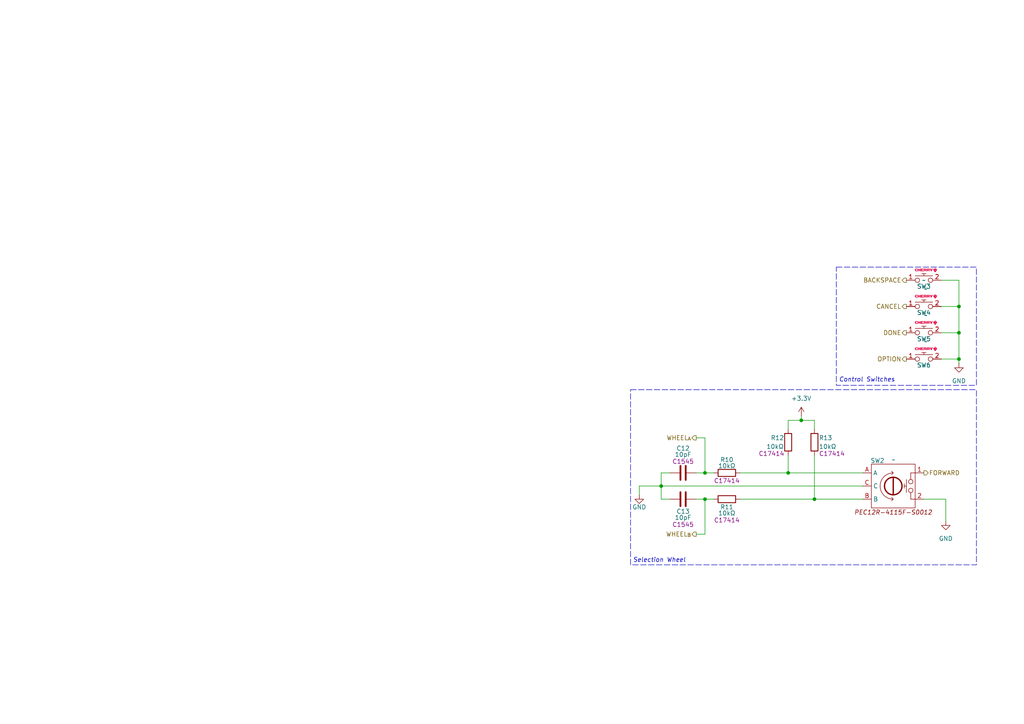
<source format=kicad_sch>
(kicad_sch (version 20231120) (generator "eeschema") (generator_version "8.0")
  (paper "A4")
  (title_block (title "Candytuft WS2811 Controller - User Controls") (date "2024-10-18") (rev "1") (company "https://git.creatures.gay/digimint/candytuft") (comment 3 "Licensed under the CERN OHL-S v2") (comment 4 "Copyright 2024 digimint"))
  (lib_symbols
    (symbol "Device:C" (pin_numbers hide) (pin_names (offset 0.254))
      (property "Reference" "C" (at 0.635 2.54 0))
      (property "Value" "C" (at 0.635 -2.54 0))
      (symbol "C_0_1"
        (polyline (pts (xy -2.032 -0.762) (xy 2.032 -0.762)) (stroke (width 0.508)))
        (polyline (pts (xy -2.032 0.762) (xy 2.032 0.762)) (stroke (width 0.508)))
      )
      (symbol "C_1_1"
        (pin passive line (at 0 3.81 270) (length 2.794) (name "~") (number "1"))
        (pin passive line (at 0 -3.81 90) (length 2.794) (name "~") (number "2"))
      )
    )
    (symbol "Device:R" (pin_numbers hide) (pin_names (offset 0))
      (property "Reference" "R" (at 2.032 0 90))
      (property "Value" "R" (at 0 0 90))
      (symbol "R_0_1"
        (rectangle (start -1.016 -2.54) (end 1.016 2.54) (stroke (width 0.254)))
      )
      (symbol "R_1_1"
        (pin passive line (at 0 3.81 270) (length 1.27) (name "~") (number "1"))
        (pin passive line (at 0 -3.81 90) (length 1.27) (name "~") (number "2"))
      )
    )
    (symbol "candytuft:Cherry-Style-Keyswitch"
      (property "Reference" "SW" (at 0 -1.778 0))
      (symbol "Cherry-Style-Keyswitch_0_1"
        (circle (center -1.905 0) (radius 0.635))
        (polyline (pts (xy -2.54 1.27) (xy 2.54 1.27)))
        (polyline (pts (xy -0.635 1.905) (xy 0.635 1.905)))
        (polyline (pts (xy 0 1.905) (xy 0 1.27)))
        (circle (center 1.905 0) (radius 0.635))
      )
      (symbol "Cherry-Style-Keyswitch_1_0"
        (polyline (pts (xy 2.9822 2.6822) (xy 2.9811 2.6823) (xy 2.9823 2.6829) (xy 2.9822 2.6822)) (stroke (width -0.0001)) (fill (type color) (color 227 0 64 1)))
        (polyline (pts (xy -1.5572 3.091) (xy -1.2546 3.091) (xy -1.2546 3.3715) (xy -1.0065 3.3715) (xy -1.0065 2.6064) (xy -1.2546 2.6064) (xy -1.2546 2.8782) (xy -1.5572 2.8782) (xy -1.5572 2.6064) (xy -1.8059 2.6064) (xy -1.8059 3.3715) (xy -1.5572 3.3715) (xy -1.5572 3.091)) (stroke (width -0.0001)) (fill (type color) (color 227 0 64 1)))
        (polyline (pts (xy -0.1747 3.193) (xy -0.6465 3.193) (xy -0.6465 3.0695) (xy -0.3347 3.0695) (xy -0.3347 2.902) (xy -0.6465 2.902) (xy -0.6465 2.7867) (xy -0.1567 2.7867) (xy -0.1567 2.6064) (xy -0.8952 2.6064) (xy -0.8952 3.3715) (xy -0.1747 3.3715) (xy -0.1747 3.193)) (stroke (width -0.0001)) (fill (type color) (color 227 0 64 1)))
        (polyline (pts (xy 2.2698 2.8266) (xy 2.2679 2.8233) (xy 2.2662 2.8199) (xy 2.2646 2.8166) (xy 2.2631 2.8132) (xy 2.2617 2.8098) (xy 2.2605 2.8065) (xy 2.2594 2.8031) (xy 2.2584 2.7996) (xy 2.2575 2.7962) (xy 2.2568 2.7926) (xy 2.2561 2.7891) (xy 2.2556 2.7855) (xy 2.2553 2.7818) (xy 2.255 2.7781) (xy 2.2548 2.7743) (xy 2.2548 2.7704) (xy 2.2548 2.6064) (xy 1.9846 2.6064) (xy 1.9846 2.7704) (xy 1.9846 2.7743) (xy 1.9844 2.7781) (xy 1.9841 2.7818) (xy 1.9837 2.7855) (xy 1.9832 2.7891) (xy 1.9826 2.7926) (xy 1.9819 2.7962) (xy 1.981 2.7996) (xy 1.98 2.8031) (xy 1.9789 2.8065) (xy 1.9777 2.8098) (xy 1.9763 2.8132) (xy 1.9748 2.8166) (xy 1.9732 2.8199) (xy 1.9714 2.8233) (xy 1.9696 2.8266) (xy 1.6548 3.3715) (xy 1.9388 3.3715) (xy 2.1098 3.0753) (xy 2.1104 3.0744) (xy 2.1109 3.0736) (xy 2.1115 3.0728) (xy 2.1121 3.0721) (xy 2.1127 3.0714) (xy 2.1133 3.0708) (xy 2.1139 3.0703) (xy 2.1145 3.0698) (xy 2.1152 3.0694) (xy 2.1158 3.069) (xy 2.1164 3.0687) (xy 2.1171 3.0684) (xy 2.1177 3.0682) (xy 2.1184 3.0681) (xy 2.119 3.068) (xy 2.1197 3.0679) (xy 2.1203 3.068) (xy 2.121 3.0681) (xy 2.1216 3.0682) (xy 2.1223 3.0684) (xy 2.1229 3.0687) (xy 2.1236 3.069) (xy 2.1242 3.0694) (xy 2.1248 3.0698) (xy 2.1255 3.0703) (xy 2.1261 3.0708) (xy 2.1267 3.0714) (xy 2.1273 3.0721) (xy 2.1279 3.0728) (xy 2.1284 3.0736) (xy 2.129 3.0744) (xy 2.1295 3.0753) (xy 2.3005 3.3715) (xy 2.5846 3.3715) (xy 2.2698 2.8266)) (stroke (width -0.0001)) (fill (type color) (color 227 0 64 1)))
        (polyline (pts (xy -1.905 3.175) (xy -2.1775 3.175) (xy -2.187 3.1748) (xy -2.1965 3.1741) (xy -2.2058 3.1729) (xy -2.2149 3.1712) (xy -2.2239 3.1692) (xy -2.2327 3.1667) (xy -2.2414 3.1637) (xy -2.2498 3.1604) (xy -2.2581 3.1567) (xy -2.2661 3.1525) (xy -2.2739 3.1481) (xy -2.2814 3.1432) (xy -2.2887 3.138) (xy -2.2958 3.1325) (xy -2.3025 3.1266) (xy -2.309 3.1205) (xy -2.3151 3.114) (xy -2.321 3.1073) (xy -2.3265 3.1002) (xy -2.3317 3.0929) (xy -2.3366 3.0854) (xy -2.341 3.0776) (xy -2.3452 3.0696) (xy -2.3489 3.0613) (xy -2.3522 3.0529) (xy -2.3552 3.0442) (xy -2.3577 3.0354) (xy -2.3598 3.0264) (xy -2.3614 3.0173) (xy -2.3626 3.008) (xy -2.3633 2.9985) (xy -2.3635 2.989) (xy -2.3633 2.9794) (xy -2.3626 2.97) (xy -2.3614 2.9607) (xy -2.3598 2.9515) (xy -2.3577 2.9425) (xy -2.3552 2.9337) (xy -2.3522 2.925) (xy -2.3489 2.9166) (xy -2.3452 2.9084) (xy -2.341 2.9003) (xy -2.3366 2.8925) (xy -2.3317 2.885) (xy -2.3265 2.8777) (xy -2.321 2.8707) (xy -2.3151 2.8639) (xy -2.309 2.8574) (xy -2.3025 2.8513) (xy -2.2958 2.8454) (xy -2.2887 2.8399) (xy -2.2814 2.8347) (xy -2.2739 2.8299) (xy -2.2661 2.8254) (xy -2.2581 2.8213) (xy -2.2498 2.8175) (xy -2.2414 2.8142) (xy -2.2327 2.8113) (xy -2.2239 2.8088) (xy -2.2149 2.8067) (xy -2.2058 2.805) (xy -2.1965 2.8038) (xy -2.187 2.8031) (xy -2.1775 2.8029) (xy -1.905 2.8029) (xy -1.905 2.607) (xy -2.2302 2.607) (xy -2.2499 2.6074) (xy -2.2693 2.6089) (xy -2.2884 2.6114) (xy -2.3072 2.6147) (xy -2.3257 2.619) (xy -2.3439 2.6241) (xy -2.3616 2.6301) (xy -2.379 2.637) (xy -2.396 2.6446) (xy -2.4124 2.6531) (xy -2.4285 2.6623) (xy -2.444 2.6722) (xy -2.459 2.6829) (xy -2.4735 2.6942) (xy -2.4873 2.7062) (xy -2.5006 2.7189) (xy -2.5133 2.7322) (xy -2.5253 2.7461) (xy -2.5367 2.7605) (xy -2.5474 2.7755) (xy -2.5573 2.791) (xy -2.5666 2.807) (xy -2.575 2.8235) (xy -2.5827 2.8405) (xy -2.5896 2.8579) (xy -2.5956 2.8757) (xy -2.6007 2.8938) (xy -2.605 2.9124) (xy -2.6084 2.9312) (xy -2.6108 2.9504) (xy -2.6123 2.9698) (xy -2.6128 2.9895) (xy -2.6123 3.0093) (xy -2.6108 3.0287) (xy -2.6084 3.0479) (xy -2.605 3.0667) (xy -2.6007 3.0852) (xy -2.5956 3.1034) (xy -2.5896 3.1211) (xy -2.5827 3.1385) (xy -2.575 3.1554) (xy -2.5666 3.1719) (xy -2.5573 3.1879) (xy -2.5474 3.2034) (xy -2.5367 3.2184) (xy -2.5253 3.2328) (xy -2.5133 3.2466) (xy -2.5006 3.2599) (xy -2.4873 3.2725) (xy -2.4735 3.2845) (xy -2.459 3.2958) (xy -2.444 3.3065) (xy -2.4285 3.3164) (xy -2.4124 3.3256) (xy -2.396 3.334) (xy -2.379 3.3416) (xy -2.3616 3.3484) (xy -2.3439 3.3544) (xy -2.3257 3.3596) (xy -2.3072 3.3638) (xy -2.2884 3.3672) (xy -2.2693 3.3696) (xy -2.2499 3.3711) (xy -2.2302 3.3715) (xy -1.905 3.3715) (xy -1.905 3.175)) (stroke (width -0.0001)) (fill (type color) (color 227 0 64 1)))
        (polyline (pts (xy 3.3298 2.8891) (xy 3.336 2.8827) (xy 3.3422 2.8763) (xy 3.3485 2.8701) (xy 3.3548 2.8638) (xy 3.3612 2.8577) (xy 3.3676 2.8517) (xy 3.3741 2.8458) (xy 3.3791 2.8415) (xy 3.3842 2.8372) (xy 3.3945 2.8288) (xy 3.4048 2.8204) (xy 3.4153 2.8122) (xy 3.4225 2.8068) (xy 3.4298 2.8014) (xy 3.4372 2.7961) (xy 3.4447 2.7909) (xy 3.4522 2.7858) (xy 3.4598 2.7808) (xy 3.4674 2.7758) (xy 3.475 2.771) (xy 3.4828 2.7661) (xy 3.4907 2.7612) (xy 3.4987 2.7565) (xy 3.5067 2.7518) (xy 3.5148 2.7472) (xy 3.5229 2.7427) (xy 3.5393 2.7339) (xy 3.5395 2.7338) (xy 3.5398 2.7337) (xy 3.54 2.7335) (xy 3.5402 2.7334) (xy 3.5406 2.7331) (xy 3.5411 2.7328) (xy 3.5413 2.7327) (xy 3.5415 2.7326) (xy 3.5417 2.7324) (xy 3.5419 2.7324) (xy 3.5421 2.7323) (xy 3.5423 2.7322) (xy 3.5424 2.7322) (xy 3.5425 2.7322) (xy 3.5426 2.7322) (xy 3.5427 2.7322) (xy 3.5428 2.7322) (xy 3.5468 2.7168) (xy 3.5499 2.7013) (xy 3.5522 2.6857) (xy 3.5535 2.67) (xy 3.554 2.6544) (xy 3.5537 2.6388) (xy 3.5525 2.6233) (xy 3.5504 2.6078) (xy 3.5475 2.5925) (xy 3.5438 2.5774) (xy 3.5393 2.5625) (xy 3.5339 2.5478) (xy 3.5278 2.5334) (xy 3.5208 2.5193) (xy 3.5131 2.5055) (xy 3.5045 2.4922) (xy 3.4953 2.4793) (xy 3.4854 2.4671) (xy 3.4749 2.4555) (xy 3.4639 2.4446) (xy 3.4523 2.4343) (xy 3.4401 2.4248) (xy 3.4275 2.4159) (xy 3.4144 2.4077) (xy 3.4009 2.4002) (xy 3.3869 2.3935) (xy 3.3726 2.3875) (xy 3.358 2.3823) (xy 3.343 2.3778) (xy 3.3277 2.3742) (xy 3.3122 2.3713) (xy 3.2964 2.3693) (xy 3.2806 2.3682) (xy 3.2648 2.3679) (xy 3.249 2.3685) (xy 3.2334 2.3699) (xy 3.218 2.3721) (xy 3.2027 2.3751) (xy 3.1876 2.3789) (xy 3.1727 2.3836) (xy 3.1582 2.389) (xy 3.1439 2.3952) (xy 3.1301 2.4022) (xy 3.1165 2.41) (xy 3.1034 2.4185) (xy 3.0908 2.4278) (xy 3.0786 2.4379) (xy 3.0669 2.4487) (xy 3.0558 2.4601) (xy 3.0455 2.472) (xy 3.0359 2.4844) (xy 3.027 2.4972) (xy 3.0189 2.5106) (xy 3.0115 2.5243) (xy 3.0049 2.5383) (xy 2.9991 2.5528) (xy 2.994 2.5675) (xy 2.9898 2.5824) (xy 2.9864 2.5976) (xy 2.9837 2.613) (xy 2.982 2.6286) (xy 2.981 2.6443) (xy 2.9809 2.6601) (xy 2.9817 2.6759) (xy 2.9818 2.6764) (xy 2.9819 2.6769) (xy 2.9819 2.6774) (xy 2.982 2.678) (xy 2.9821 2.6786) (xy 2.9821 2.6792) (xy 2.9822 2.6803) (xy 2.9822 2.6813) (xy 2.9822 2.6821) (xy 2.9822 2.6822) (xy 2.9917 2.6814) (xy 3.0022 2.6809) (xy 3.0126 2.6807) (xy 3.023 2.6809) (xy 3.0334 2.6813) (xy 3.0438 2.6821) (xy 3.0542 2.6832) (xy 3.0646 2.6846) (xy 3.0864 2.6888) (xy 3.1077 2.6944) (xy 3.1285 2.7014) (xy 3.1487 2.7097) (xy 3.1683 2.7193) (xy 3.1871 2.73) (xy 3.2052 2.742) (xy 3.2224 2.7551) (xy 3.2387 2.7693) (xy 3.2541 2.7846) (xy 3.2685 2.8009) (xy 3.2819 2.8181) (xy 3.2941 2.8362) (xy 3.3052 2.8552) (xy 3.3151 2.875) (xy 3.3237 2.8956) (xy 3.3298 2.8891)) (stroke (width -0.0001)) (fill (type color) (color 227 0 64 1)))
        (polyline (pts (xy 0.4952 3.3706) (xy 0.519 3.3676) (xy 0.5417 3.3629) (xy 0.5635 3.3565) (xy 0.5842 3.3484) (xy 0.6038 3.3388) (xy 0.6224 3.3277) (xy 0.6398 3.3154) (xy 0.656 3.3017) (xy 0.671 3.287) (xy 0.6848 3.2712) (xy 0.6973 3.2544) (xy 0.7085 3.2368) (xy 0.7184 3.2185) (xy 0.727 3.1995) (xy 0.7341 3.1799) (xy 0.7398 3.1599) (xy 0.7441 3.1394) (xy 0.7469 3.1188) (xy 0.7482 3.0979) (xy 0.7479 3.077) (xy 0.746 3.0561) (xy 0.7425 3.0353) (xy 0.7374 3.0147) (xy 0.7306 2.9945) (xy 0.7221 2.9746) (xy 0.7118 2.9553) (xy 0.6998 2.9366) (xy 0.686 2.9185) (xy 0.6703 2.9013) (xy 0.6528 2.8849) (xy 0.6334 2.8695) (xy 0.6334 2.869) (xy 0.7731 2.6058) (xy 0.5766 2.6058) (xy 0.5711 2.6059) (xy 0.5659 2.6063) (xy 0.561 2.6069) (xy 0.5586 2.6073) (xy 0.5563 2.6077) (xy 0.5541 2.6083) (xy 0.5519 2.6089) (xy 0.5498 2.6095) (xy 0.5477 2.6103) (xy 0.5457 2.6111) (xy 0.5437 2.612) (xy 0.5418 2.6129) (xy 0.5399 2.614) (xy 0.5381 2.6151) (xy 0.5363 2.6163) (xy 0.5346 2.6175) (xy 0.5329 2.6189) (xy 0.5312 2.6203) (xy 0.5296 2.6218) (xy 0.5279 2.6234) (xy 0.5264 2.6251) (xy 0.5248 2.6269) (xy 0.5233 2.6287) (xy 0.5203 2.6327) (xy 0.5174 2.637) (xy 0.5146 2.6417) (xy 0.4537 2.7478) (xy 0.4492 2.7552) (xy 0.4446 2.7621) (xy 0.4398 2.7684) (xy 0.4349 2.7741) (xy 0.4297 2.7794) (xy 0.4244 2.7841) (xy 0.4189 2.7882) (xy 0.413 2.7919) (xy 0.407 2.7952) (xy 0.4006 2.7979) (xy 0.3938 2.8002) (xy 0.3868 2.802) (xy 0.3793 2.8034) (xy 0.3715 2.8044) (xy 0.3633 2.805) (xy 0.3546 2.8052) (xy 0.1755 2.8052) (xy 0.1755 2.6064) (xy -0.0587 2.6064) (xy -0.0587 2.9913) (xy 0.1755 2.9913) (xy 0.4131 2.9913) (xy 0.4184 2.9914) (xy 0.4235 2.9918) (xy 0.4286 2.9925) (xy 0.4336 2.9934) (xy 0.4386 2.9945) (xy 0.4434 2.9959) (xy 0.4482 2.9975) (xy 0.4528 2.9993) (xy 0.4573 3.0014) (xy 0.4617 3.0036) (xy 0.466 3.0061) (xy 0.4701 3.0087) (xy 0.4741 3.0116) (xy 0.478 3.0146) (xy 0.4817 3.0178) (xy 0.4852 3.0212) (xy 0.4886 3.0248) (xy 0.4918 3.0285) (xy 0.4948 3.0323) (xy 0.4977 3.0363) (xy 0.5003 3.0405) (xy 0.5028 3.0447) (xy 0.5051 3.0491) (xy 0.5071 3.0536) (xy 0.5089 3.0583) (xy 0.5105 3.063) (xy 0.5119 3.0678) (xy 0.5131 3.0728) (xy 0.514 3.0778) (xy 0.5146 3.0829) (xy 0.515 3.0881) (xy 0.5151 3.0933) (xy 0.515 3.0985) (xy 0.5146 3.1037) (xy 0.514 3.1088) (xy 0.5131 3.1138) (xy 0.5119 3.1188) (xy 0.5105 3.1236) (xy 0.5089 3.1283) (xy 0.5071 3.133) (xy 0.5051 3.1375) (xy 0.5028 3.1419) (xy 0.5003 3.1462) (xy 0.4977 3.1503) (xy 0.4948 3.1543) (xy 0.4918 3.1581) (xy 0.4886 3.1619) (xy 0.4852 3.1654) (xy 0.4817 3.1688) (xy 0.478 3.172) (xy 0.4741 3.175) (xy 0.4701 3.1779) (xy 0.466 3.1805) (xy 0.4617 3.183) (xy 0.4573 3.1852) (xy 0.4528 3.1873) (xy 0.4482 3.1891) (xy 0.4434 3.1907) (xy 0.4386 3.1921) (xy 0.4336 3.1932) (xy 0.4286 3.1941) (xy 0.4235 3.1948) (xy 0.4184 3.1952) (xy 0.4131 3.1953) (xy 0.1755 3.1953) (xy 0.1755 2.9913) (xy -0.0587 2.9913) (xy -0.0587 3.3715) (xy 0.4705 3.3715) (xy 0.4952 3.3706)) (stroke (width -0.0001)) (fill (type color) (color 227 0 64 1)))
        (polyline (pts (xy 1.4106 3.37) (xy 1.4344 3.3671) (xy 1.4572 3.3623) (xy 1.479 3.3559) (xy 1.4997 3.3478) (xy 1.5194 3.3382) (xy 1.538 3.3272) (xy 1.5554 3.3148) (xy 1.5717 3.3012) (xy 1.5867 3.2864) (xy 1.6005 3.2706) (xy 1.6131 3.2539) (xy 1.6243 3.2363) (xy 1.6342 3.2179) (xy 1.6428 3.1989) (xy 1.6499 3.1793) (xy 1.6557 3.1593) (xy 1.6599 3.1389) (xy 1.6627 3.1182) (xy 1.664 3.0973) (xy 1.6637 3.0764) (xy 1.6619 3.0555) (xy 1.6584 3.0347) (xy 1.6533 3.0142) (xy 1.6465 2.9939) (xy 1.638 2.9741) (xy 1.6277 2.9547) (xy 1.6157 2.936) (xy 1.6019 2.9179) (xy 1.5862 2.9007) (xy 1.5687 2.8843) (xy 1.5493 2.869) (xy 1.5493 2.8684) (xy 1.689 2.6052) (xy 1.4925 2.6052) (xy 1.487 2.6053) (xy 1.4818 2.6057) (xy 1.4769 2.6063) (xy 1.4745 2.6067) (xy 1.4722 2.6072) (xy 1.47 2.6077) (xy 1.4678 2.6083) (xy 1.4656 2.609) (xy 1.4636 2.6097) (xy 1.4616 2.6105) (xy 1.4596 2.6114) (xy 1.4577 2.6124) (xy 1.4558 2.6134) (xy 1.454 2.6145) (xy 1.4522 2.6157) (xy 1.4505 2.617) (xy 1.4488 2.6183) (xy 1.4471 2.6197) (xy 1.4454 2.6213) (xy 1.4438 2.6229) (xy 1.4423 2.6245) (xy 1.4407 2.6263) (xy 1.4392 2.6281) (xy 1.4362 2.6321) (xy 1.4333 2.6365) (xy 1.4305 2.6412) (xy 1.3696 2.7472) (xy 1.3651 2.7547) (xy 1.3605 2.7615) (xy 1.3557 2.7678) (xy 1.3508 2.7736) (xy 1.3456 2.7788) (xy 1.3403 2.7835) (xy 1.3348 2.7877) (xy 1.3289 2.7914) (xy 1.3228 2.7946) (xy 1.3164 2.7973) (xy 1.3097 2.7996) (xy 1.3027 2.8014) (xy 1.2952 2.8029) (xy 1.2874 2.8038) (xy 1.2791 2.8044) (xy 1.2705 2.8046) (xy 1.0913 2.8046) (xy 1.0913 2.6058) (xy 0.8572 2.6058) (xy 0.8572 2.9907) (xy 1.0913 2.9907) (xy 1.329 2.9907) (xy 1.3342 2.9908) (xy 1.3394 2.9912) (xy 1.3445 2.9919) (xy 1.3495 2.9928) (xy 1.3545 2.9939) (xy 1.3593 2.9953) (xy 1.364 2.9969) (xy 1.3687 2.9987) (xy 1.3732 3.0008) (xy 1.3776 3.003) (xy 1.3819 3.0055) (xy 1.386 3.0082) (xy 1.39 3.011) (xy 1.3939 3.014) (xy 1.3976 3.0172) (xy 1.4011 3.0206) (xy 1.4045 3.0242) (xy 1.4077 3.0279) (xy 1.4107 3.0317) (xy 1.4136 3.0357) (xy 1.4162 3.0399) (xy 1.4187 3.0441) (xy 1.421 3.0485) (xy 1.423 3.0531) (xy 1.4248 3.0577) (xy 1.4264 3.0624) (xy 1.4278 3.0673) (xy 1.429 3.0722) (xy 1.4299 3.0772) (xy 1.4305 3.0823) (xy 1.4309 3.0875) (xy 1.431 3.0927) (xy 1.4309 3.098) (xy 1.4305 3.1031) (xy 1.4299 3.1082) (xy 1.429 3.1132) (xy 1.4278 3.1182) (xy 1.4264 3.123) (xy 1.4248 3.1278) (xy 1.423 3.1324) (xy 1.421 3.1369) (xy 1.4187 3.1413) (xy 1.4162 3.1456) (xy 1.4136 3.1497) (xy 1.4107 3.1537) (xy 1.4077 3.1576) (xy 1.4045 3.1613) (xy 1.4011 3.1648) (xy 1.3976 3.1682) (xy 1.3939 3.1714) (xy 1.39 3.1744) (xy 1.386 3.1773) (xy 1.3819 3.1799) (xy 1.3776 3.1824) (xy 1.3732 3.1847) (xy 1.3687 3.1867) (xy 1.364 3.1885) (xy 1.3593 3.1901) (xy 1.3545 3.1915) (xy 1.3495 3.1927) (xy 1.3445 3.1936) (xy 1.3394 3.1942) (xy 1.3342 3.1946) (xy 1.329 3.1947) (xy 1.0913 3.1947) (xy 1.0913 2.9907) (xy 0.8572 2.9907) (xy 0.8572 3.371) (xy 1.3858 3.371) (xy 1.4106 3.37)) (stroke (width -0.0001)) (fill (type color) (color 227 0 64 1)))
        (polyline (pts (xy 3.2735 3.612) (xy 3.2788 3.6114) (xy 3.2842 3.6104) (xy 3.2895 3.6091) (xy 3.2947 3.6075) (xy 3.2998 3.6055) (xy 3.3048 3.6031) (xy 3.3095 3.6005) (xy 3.314 3.5976) (xy 3.3183 3.5944) (xy 3.3224 3.591) (xy 3.3262 3.5873) (xy 3.3298 3.5833) (xy 3.3331 3.5792) (xy 3.3361 3.5748) (xy 3.3388 3.5702) (xy 3.3412 3.5655) (xy 3.3432 3.5606) (xy 3.345 3.5555) (xy 3.3464 3.5502) (xy 3.3474 3.5449) (xy 3.3478 3.5421) (xy 3.3481 3.5394) (xy 3.3483 3.5367) (xy 3.3484 3.5339) (xy 3.3485 3.5312) (xy 3.3484 3.5284) (xy 3.3482 3.5257) (xy 3.348 3.523) (xy 3.3476 3.5203) (xy 3.3472 3.5176) (xy 3.3467 3.5149) (xy 3.3461 3.5123) (xy 3.3454 3.5096) (xy 3.3446 3.5071) (xy 3.3437 3.5045) (xy 3.3428 3.502) (xy 3.3417 3.4996) (xy 3.3405 3.4972) (xy 3.3393 3.4948) (xy 3.338 3.4925) (xy 3.3367 3.4902) (xy 3.3353 3.4879) (xy 3.3339 3.4856) (xy 3.3324 3.4834) (xy 3.3323 3.4833) (xy 3.3321 3.4832) (xy 3.332 3.4831) (xy 3.3319 3.483) (xy 3.3316 3.4828) (xy 3.3314 3.4827) (xy 3.3313 3.4826) (xy 3.3312 3.4824) (xy 3.331 3.4823) (xy 3.3309 3.4822) (xy 3.3308 3.4821) (xy 3.3307 3.482) (xy 3.3307 3.4819) (xy 3.3307 3.4818) (xy 3.3306 3.4817) (xy 3.3305 3.4816) (xy 3.3304 3.4815) (xy 3.3301 3.4812) (xy 3.3298 3.481) (xy 3.3297 3.4809) (xy 3.3296 3.4807) (xy 3.3294 3.4806) (xy 3.3293 3.4805) (xy 3.3292 3.4804) (xy 3.3292 3.4803) (xy 3.3291 3.4802) (xy 3.3291 3.4801) (xy 3.329 3.4801) (xy 3.329 3.48) (xy 3.329 3.4799) (xy 3.329 3.4798) (xy 3.3289 3.4797) (xy 3.3289 3.4796) (xy 3.3289 3.4795) (xy 3.3289 3.4794) (xy 3.3287 3.4789) (xy 3.3285 3.4785) (xy 3.3284 3.4781) (xy 3.3282 3.4776) (xy 3.3282 3.4772) (xy 3.3281 3.4768) (xy 3.328 3.4763) (xy 3.328 3.4759) (xy 3.328 3.4755) (xy 3.3281 3.475) (xy 3.3282 3.4746) (xy 3.3282 3.4742) (xy 3.3284 3.4737) (xy 3.3285 3.4733) (xy 3.3287 3.4728) (xy 3.3289 3.4724) (xy 3.3291 3.4721) (xy 3.3293 3.4718) (xy 3.3295 3.4714) (xy 3.3297 3.4711) (xy 3.3298 3.4708) (xy 3.33 3.4705) (xy 3.3301 3.4701) (xy 3.3303 3.4698) (xy 3.3305 3.4692) (xy 3.3308 3.4685) (xy 3.3312 3.4672) (xy 3.3321 3.4646) (xy 3.3331 3.462) (xy 3.334 3.4594) (xy 3.3351 3.4568) (xy 3.3372 3.4515) (xy 3.3393 3.4463) (xy 3.3561 3.4057) (xy 3.3763 3.3584) (xy 3.3969 3.3118) (xy 3.4179 3.2659) (xy 3.4394 3.2204) (xy 3.4615 3.1752) (xy 3.4842 3.1301) (xy 3.5076 3.0849) (xy 3.5318 3.0394) (xy 3.5326 3.038) (xy 3.5335 3.0368) (xy 3.5345 3.0356) (xy 3.5355 3.0345) (xy 3.5367 3.0336) (xy 3.5378 3.0327) (xy 3.5391 3.032) (xy 3.5404 3.0313) (xy 3.5418 3.0308) (xy 3.5432 3.0304) (xy 3.5446 3.0302) (xy 3.5461 3.03) (xy 3.5475 3.03) (xy 3.549 3.0301) (xy 3.5506 3.0303) (xy 3.5513 3.0305) (xy 3.5521 3.0307) (xy 3.512 3.126) (xy 3.4739 3.2193) (xy 3.4367 3.313) (xy 3.3996 3.4092) (xy 3.4002 3.4092) (xy 3.4136 3.4059) (xy 3.427 3.4024) (xy 3.4403 3.3985) (xy 3.4535 3.3943) (xy 3.4667 3.3899) (xy 3.4797 3.3851) (xy 3.4925 3.3799) (xy 3.5053 3.3744) (xy 3.5179 3.3686) (xy 3.5303 3.3624) (xy 3.5425 3.3559) (xy 3.5546 3.3489) (xy 3.5665 3.3416) (xy 3.5781 3.3338) (xy 3.5896 3.3256) (xy 3.6008 3.3171) (xy 3.6117 3.3081) (xy 3.6221 3.2988) (xy 3.6322 3.2892) (xy 3.6419 3.2793) (xy 3.6512 3.2691) (xy 3.6601 3.2586) (xy 3.6686 3.2478) (xy 3.6767 3.2367) (xy 3.6844 3.2253) (xy 3.6918 3.2137) (xy 3.6988 3.2018) (xy 3.7054 3.1896) (xy 3.7117 3.1772) (xy 3.7176 3.1646) (xy 3.7231 3.1517) (xy 3.7283 3.1385) (xy 3.7372 3.1123) (xy 3.7448 3.0855) (xy 3.751 3.0583) (xy 3.7559 3.0308) (xy 3.7596 3.003) (xy 3.7621 2.975) (xy 3.7636 2.9469) (xy 3.7639 2.9187) (xy 3.7634 2.8905) (xy 3.7619 2.8624) (xy 3.7595 2.8344) (xy 3.7563 2.8067) (xy 3.7524 2.7793) (xy 3.7479 2.7523) (xy 3.7427 2.7257) (xy 3.737 2.6997) (xy 3.7102 2.7091) (xy 3.6832 2.7191) (xy 3.6561 2.7299) (xy 3.629 2.7415) (xy 3.6019 2.7538) (xy 3.5751 2.7669) (xy 3.5485 2.7809) (xy 3.5224 2.7957) (xy 3.4967 2.8114) (xy 3.4717 2.828) (xy 3.4473 2.8455) (xy 3.4238 2.864) (xy 3.4012 2.8834) (xy 3.3796 2.9038) (xy 3.3591 2.9253) (xy 3.3399 2.9478) (xy 3.3434 2.9685) (xy 3.3455 2.9892) (xy 3.3464 3.0099) (xy 3.346 3.0305) (xy 3.3443 3.0509) (xy 3.3413 3.0712) (xy 3.3372 3.0912) (xy 3.3318 3.1108) (xy 3.3252 3.1302) (xy 3.3175 3.149) (xy 3.3086 3.1675) (xy 3.2985 3.1853) (xy 3.2873 3.2026) (xy 3.275 3.2193) (xy 3.2616 3.2352) (xy 3.2472 3.2504) (xy 3.2486 3.2612) (xy 3.2502 3.272) (xy 3.2521 3.2828) (xy 3.2542 3.2934) (xy 3.2565 3.3041) (xy 3.2591 3.3146) (xy 3.262 3.3251) (xy 3.2651 3.3356) (xy 3.2667 3.341) (xy 3.2684 3.3465) (xy 3.2702 3.3519) (xy 3.272 3.3573) (xy 3.274 3.3626) (xy 3.276 3.368) (xy 3.2781 3.3733) (xy 3.2802 3.3785) (xy 3.2808 3.38) (xy 3.2814 3.3814) (xy 3.2825 3.3842) (xy 3.2831 3.3856) (xy 3.2836 3.3869) (xy 3.2842 3.3882) (xy 3.2848 3.3895) (xy 3.2872 3.3947) (xy 3.2872 3.3948) (xy 3.2872 3.395) (xy 3.2873 3.3951) (xy 3.2873 3.3953) (xy 3.2875 3.3956) (xy 3.2877 3.396) (xy 3.2878 3.3962) (xy 3.288 3.3964) (xy 3.2881 3.3966) (xy 3.2881 3.3968) (xy 3.2882 3.397) (xy 3.2882 3.3971) (xy 3.2883 3.3972) (xy 3.2883 3.3973) (xy 3.2883 3.3974) (xy 3.2883 3.3975) (xy 3.2883 3.3976) (xy 3.2883 3.4017) (xy 3.2883 3.4019) (xy 3.2883 3.402) (xy 3.2883 3.4022) (xy 3.2883 3.4023) (xy 3.2882 3.4026) (xy 3.2881 3.4029) (xy 3.288 3.4032) (xy 3.2879 3.4035) (xy 3.2878 3.4037) (xy 3.2877 3.404) (xy 3.2871 3.4051) (xy 3.287 3.4054) (xy 3.2868 3.4057) (xy 3.2867 3.406) (xy 3.2866 3.4063) (xy 3.2866 3.4064) (xy 3.2865 3.4066) (xy 3.2865 3.4067) (xy 3.2864 3.4069) (xy 3.2862 3.4072) (xy 3.286 3.4076) (xy 3.2859 3.4078) (xy 3.2858 3.408) (xy 3.2857 3.4082) (xy 3.2856 3.4084) (xy 3.2855 3.4086) (xy 3.2855 3.4087) (xy 3.2855 3.4088) (xy 3.2855 3.4089) (xy 3.2854 3.409) (xy 3.2854 3.4091) (xy 3.2854 3.4092) (xy 3.2852 3.4096) (xy 3.285 3.4099) (xy 3.2848 3.4102) (xy 3.2846 3.4105) (xy 3.2843 3.4112) (xy 3.284 3.4119) (xy 3.2833 3.4134) (xy 3.2829 3.4142) (xy 3.2825 3.415) (xy 3.2715 3.4394) (xy 3.2704 3.4423) (xy 3.2702 3.4425) (xy 3.2701 3.4427) (xy 3.27 3.4429) (xy 3.2698 3.4431) (xy 3.2695 3.4436) (xy 3.2693 3.444) (xy 3.2691 3.4442) (xy 3.269 3.4444) (xy 3.2689 3.4447) (xy 3.2688 3.4449) (xy 3.2687 3.4451) (xy 3.2687 3.4452) (xy 3.2687 3.4453) (xy 3.2686 3.4454) (xy 3.2686 3.4455) (xy 3.2686 3.4456) (xy 3.2686 3.4457) (xy 3.2683 3.4463) (xy 3.2679 3.4468) (xy 3.2676 3.4473) (xy 3.2672 3.4478) (xy 3.2668 3.4482) (xy 3.2664 3.4487) (xy 3.266 3.4491) (xy 3.2656 3.4494) (xy 3.2651 3.4498) (xy 3.2647 3.4501) (xy 3.2644 3.4502) (xy 3.2642 3.4503) (xy 3.264 3.4505) (xy 3.2637 3.4506) (xy 3.2635 3.4506) (xy 3.2632 3.4507) (xy 3.263 3.4508) (xy 3.2627 3.4509) (xy 3.2625 3.4509) (xy 3.2622 3.4509) (xy 3.2619 3.451) (xy 3.2617 3.451) (xy 3.2576 3.451) (xy 3.2559 3.4514) (xy 3.2552 3.4516) (xy 3.2544 3.4518) (xy 3.2536 3.4519) (xy 3.2533 3.452) (xy 3.2529 3.452) (xy 3.2525 3.4521) (xy 3.2521 3.4521) (xy 3.2516 3.4521) (xy 3.2512 3.4521) (xy 3.2511 3.4521) (xy 3.2509 3.4522) (xy 3.2507 3.4522) (xy 3.2505 3.4523) (xy 3.2503 3.4524) (xy 3.25 3.4525) (xy 3.2496 3.4527) (xy 3.2491 3.4529) (xy 3.2487 3.4531) (xy 3.2483 3.4533) (xy 3.2466 3.4533) (xy 3.2465 3.4533) (xy 3.2465 3.4534) (xy 3.2464 3.4534) (xy 3.2463 3.4535) (xy 3.2462 3.4536) (xy 3.2461 3.4536) (xy 3.2459 3.4537) (xy 3.2457 3.4537) (xy 3.2456 3.4538) (xy 3.2454 3.4538) (xy 3.2453 3.4538) (xy 3.2451 3.4538) (xy 3.2449 3.4538) (xy 3.2448 3.4539) (xy 3.2445 3.4539) (xy 3.2443 3.4539) (xy 3.244 3.4539) (xy 3.2437 3.4539) (xy 3.2434 3.4539) (xy 3.2431 3.4539) (xy 3.2427 3.4539) (xy 3.2424 3.4539) (xy 3.2417 3.4537) (xy 3.241 3.4536) (xy 3.2402 3.4534) (xy 3.2395 3.4532) (xy 3.2388 3.4529) (xy 3.2382 3.4527) (xy 3.2376 3.4524) (xy 3.2365 3.452) (xy 3.2356 3.4515) (xy 3.2356 3.4504) (xy 3.2344 3.4492) (xy 3.2327 3.4469) (xy 3.2251 3.4376) (xy 3.2177 3.4281) (xy 3.2101 3.4187) (xy 3.2064 3.414) (xy 3.2027 3.4092) (xy 3.1991 3.4043) (xy 3.1956 3.3994) (xy 3.1883 3.3893) (xy 3.1812 3.3793) (xy 3.1743 3.3691) (xy 3.1677 3.3589) (xy 3.1612 3.3486) (xy 3.1549 3.3382) (xy 3.1488 3.3277) (xy 3.1428 3.3171) (xy 3.1398 3.3117) (xy 3.1368 3.3063) (xy 3.1339 3.3009) (xy 3.1312 3.2956) (xy 3.1283 3.2904) (xy 3.1272 3.2875) (xy 3.1271 3.2874) (xy 3.127 3.2873) (xy 3.1269 3.2872) (xy 3.1268 3.2871) (xy 3.1267 3.287) (xy 3.1266 3.2868) (xy 3.1265 3.2866) (xy 3.1264 3.2864) (xy 3.1263 3.2862) (xy 3.1262 3.286) (xy 3.1262 3.2858) (xy 3.1261 3.2855) (xy 3.1261 3.2853) (xy 3.126 3.2851) (xy 3.126 3.2849) (xy 3.126 3.2847) (xy 3.126 3.2845) (xy 3.126 3.284) (xy 3.126 3.2837) (xy 3.1259 3.2835) (xy 3.1259 3.2832) (xy 3.1259 3.2829) (xy 3.1259 3.2827) (xy 3.1259 3.2824) (xy 3.1259 3.2821) (xy 3.1259 3.2819) (xy 3.1259 3.2816) (xy 3.126 3.2813) (xy 3.126 3.2811) (xy 3.1261 3.2808) (xy 3.1262 3.2803) (xy 3.1264 3.2798) (xy 3.1266 3.2793) (xy 3.1268 3.2789) (xy 3.1271 3.2784) (xy 3.1274 3.278) (xy 3.1277 3.2776) (xy 3.1281 3.2772) (xy 3.1283 3.277) (xy 3.1285 3.2768) (xy 3.1287 3.2766) (xy 3.1289 3.2765) (xy 3.1291 3.2764) (xy 3.1293 3.2762) (xy 3.1296 3.2761) (xy 3.1298 3.276) (xy 3.1302 3.2757) (xy 3.1306 3.2754) (xy 3.1309 3.2753) (xy 3.1311 3.2751) (xy 3.1313 3.275) (xy 3.1315 3.2749) (xy 3.1317 3.2749) (xy 3.1318 3.2748) (xy 3.132 3.2748) (xy 3.1321 3.2748) (xy 3.1322 3.2748) (xy 3.1323 3.2747) (xy 3.1324 3.2747) (xy 3.1335 3.2743) (xy 3.1347 3.2738) (xy 3.1359 3.2732) (xy 3.1371 3.2726) (xy 3.1396 3.2714) (xy 3.1422 3.2701) (xy 3.1474 3.2675) (xy 3.1525 3.2648) (xy 3.1575 3.262) (xy 3.1624 3.2591) (xy 3.1673 3.2561) (xy 3.1721 3.253) (xy 3.1769 3.2497) (xy 3.1817 3.2463) (xy 3.1866 3.2427) (xy 3.1915 3.239) (xy 3.1963 3.2351) (xy 3.2011 3.2312) (xy 3.2057 3.2272) (xy 3.2103 3.2231) (xy 3.2148 3.2189) (xy 3.2192 3.2146) (xy 3.2235 3.2102) (xy 3.2277 3.2057) (xy 3.2318 3.2011) (xy 3.2358 3.1964) (xy 3.2397 3.1917) (xy 3.2434 3.1868) (xy 3.2471 3.1818) (xy 3.2506 3.1768) (xy 3.2577 3.1662) (xy 3.2642 3.1554) (xy 3.2702 3.1443) (xy 3.2757 3.133) (xy 3.2807 3.1215) (xy 3.2852 3.1099) (xy 3.2891 3.098) (xy 3.2925 3.086) (xy 3.2954 3.0738) (xy 3.2978 3.0615) (xy 3.2996 3.0491) (xy 3.3009 3.0366) (xy 3.3016 3.0241) (xy 3.3018 3.0114) (xy 3.3014 2.9988) (xy 3.3005 2.9861) (xy 3.299 2.9739) (xy 3.2971 2.9619) (xy 3.2947 2.95) (xy 3.2917 2.9383) (xy 3.2883 2.9267) (xy 3.2845 2.9153) (xy 3.2801 2.904) (xy 3.2753 2.893) (xy 3.27 2.8821) (xy 3.2643 2.8715) (xy 3.2581 2.8611) (xy 3.2514 2.851) (xy 3.2443 2.8411) (xy 3.2368 2.8316) (xy 3.2289 2.8223) (xy 3.2205 2.8133) (xy 3.211 2.804) (xy 3.201 2.7952) (xy 3.1907 2.7868) (xy 3.1801 2.779) (xy 3.1691 2.7716) (xy 3.1578 2.7648) (xy 3.1462 2.7585) (xy 3.1343 2.7527) (xy 3.1222 2.7475) (xy 3.1099 2.7429) (xy 3.0974 2.7388) (xy 3.0846 2.7352) (xy 3.0717 2.7323) (xy 3.0586 2.7299) (xy 3.0454 2.7281) (xy 3.0321 2.7269) (xy 3.0198 2.7264) (xy 3.0076 2.7265) (xy 2.9954 2.727) (xy 2.9832 2.7281) (xy 2.9712 2.7297) (xy 2.9592 2.7318) (xy 2.9473 2.7344) (xy 2.9356 2.7375) (xy 2.924 2.741) (xy 2.9125 2.7451) (xy 2.9012 2.7497) (xy 2.8901 2.7547) (xy 2.8792 2.7603) (xy 2.8685 2.7663) (xy 2.858 2.7728) (xy 2.8478 2.7797) (xy 2.8371 2.7876) (xy 2.8269 2.7961) (xy 2.817 2.8049) (xy 2.8077 2.8142) (xy 2.7988 2.8239) (xy 2.7903 2.8339) (xy 2.7823 2.8443) (xy 2.7749 2.8551) (xy 2.7679 2.8662) (xy 2.7614 2.8777) (xy 2.7555 2.8894) (xy 2.7501 2.9014) (xy 2.7453 2.9137) (xy 2.741 2.9262) (xy 2.7373 2.9389) (xy 2.7341 2.9519) (xy 2.7317 2.9642) (xy 2.7298 2.9765) (xy 2.7285 2.9889) (xy 2.7277 3.0014) (xy 2.7275 3.0138) (xy 2.7278 3.0262) (xy 2.7286 3.0385) (xy 2.7299 3.0508) (xy 2.7318 3.0631) (xy 2.7343 3.0752) (xy 2.7372 3.0873) (xy 2.7407 3.0992) (xy 2.7447 3.111) (xy 2.7491 3.1227) (xy 2.7541 3.1342) (xy 2.7597 3.1455) (xy 2.766 3.1569) (xy 2.7728 3.1681) (xy 2.7801 3.1788) (xy 2.7878 3.1892) (xy 2.7959 3.1993) (xy 2.8045 3.2089) (xy 2.8135 3.2182) (xy 2.8228 3.227) (xy 2.8326 3.2354) (xy 2.8427 3.2433) (xy 2.8532 3.2508) (xy 2.864 3.2579) (xy 2.8751 3.2644) (xy 2.8866 3.2705) (xy 2.8983 3.2761) (xy 2.9104 3.2811) (xy 2.9159 3.2832) (xy 2.9215 3.2852) (xy 2.9272 3.2871) (xy 2.9329 3.2888) (xy 2.9386 3.2905) (xy 2.9443 3.292) (xy 2.9559 3.2946) (xy 2.9676 3.2967) (xy 2.9793 3.2984) (xy 2.9912 3.2996) (xy 3.0031 3.3002) (xy 3.0088 3.3004) (xy 3.0145 3.3005) (xy 3.0203 3.3004) (xy 3.026 3.3002) (xy 3.0318 3.3) (xy 3.0375 3.2996) (xy 3.0432 3.2991) (xy 3.0489 3.2985) (xy 3.0518 3.2985) (xy 3.0524 3.2985) (xy 3.0529 3.2985) (xy 3.0534 3.2986) (xy 3.054 3.2986) (xy 3.0545 3.2987) (xy 3.055 3.2988) (xy 3.0555 3.2989) (xy 3.056 3.2991) (xy 3.0565 3.2993) (xy 3.057 3.2995) (xy 3.0574 3.2997) (xy 3.0576 3.2998) (xy 3.0578 3.3) (xy 3.0581 3.3001) (xy 3.0583 3.3003) (xy 3.0585 3.3004) (xy 3.0586 3.3006) (xy 3.0588 3.3008) (xy 3.059 3.301) (xy 3.0592 3.3012) (xy 3.0593 3.3014) (xy 3.0617 3.3037) (xy 3.0617 3.3049) (xy 3.0621 3.3057) (xy 3.0624 3.3065) (xy 3.0631 3.308) (xy 3.0634 3.3087) (xy 3.0638 3.3094) (xy 3.064 3.3097) (xy 3.0642 3.31) (xy 3.0644 3.3104) (xy 3.0646 3.3107) (xy 3.0704 3.3217) (xy 3.0717 3.3245) (xy 3.0731 3.3273) (xy 3.0745 3.33) (xy 3.0759 3.3327) (xy 3.082 3.3437) (xy 3.0881 3.3545) (xy 3.0944 3.3653) (xy 3.1007 3.3759) (xy 3.1072 3.3864) (xy 3.1139 3.3969) (xy 3.1207 3.4072) (xy 3.1276 3.4175) (xy 3.1347 3.4278) (xy 3.1418 3.4378) (xy 3.1454 3.4427) (xy 3.1491 3.4477) (xy 3.1528 3.4526) (xy 3.1566 3.4575) (xy 3.1604 3.4624) (xy 3.1643 3.4672) (xy 3.1799 3.4863) (xy 3.188 3.4956) (xy 3.1904 3.4979) (xy 3.1905 3.4981) (xy 3.1907 3.4984) (xy 3.1908 3.4986) (xy 3.1909 3.4989) (xy 3.1911 3.4992) (xy 3.1912 3.4995) (xy 3.1914 3.5001) (xy 3.1915 3.5007) (xy 3.1917 3.5013) (xy 3.1918 3.5019) (xy 3.1919 3.5026) (xy 3.1919 3.5031) (xy 3.192 3.5037) (xy 3.1921 3.5046) (xy 3.1921 3.5055) (xy 3.1909 3.5072) (xy 3.1909 3.5084) (xy 3.1908 3.5088) (xy 3.1907 3.5092) (xy 3.1906 3.5096) (xy 3.1904 3.51) (xy 3.1898 3.5115) (xy 3.1896 3.5122) (xy 3.1895 3.5125) (xy 3.1894 3.5128) (xy 3.1893 3.5132) (xy 3.1892 3.5135) (xy 3.1892 3.5138) (xy 3.1892 3.5141) (xy 3.1882 3.5195) (xy 3.1876 3.5249) (xy 3.1873 3.5302) (xy 3.1874 3.5356) (xy 3.1879 3.5409) (xy 3.1887 3.5462) (xy 3.1898 3.5514) (xy 3.1913 3.5565) (xy 3.1931 3.5615) (xy 3.1953 3.5663) (xy 3.1977 3.5711) (xy 3.2005 3.5756) (xy 3.2036 3.58) (xy 3.207 3.5842) (xy 3.2107 3.5881) (xy 3.2147 3.5918) (xy 3.2188 3.5954) (xy 3.2232 3.5986) (xy 3.2277 3.6014) (xy 3.2323 3.604) (xy 3.2372 3.6062) (xy 3.2421 3.608) (xy 3.2472 3.6096) (xy 3.2523 3.6107) (xy 3.2575 3.6116) (xy 3.2628 3.6121) (xy 3.2681 3.6122) (xy 3.2735 3.612)) (stroke (width -0.0001)) (fill (type color) (color 227 0 64 1)))
      )
      (symbol "Cherry-Style-Keyswitch_1_1"
        (pin passive line (at -5.08 0 0) (length 2.54) (name "") (number "1"))
        (pin passive line (at 5.08 0 180) (length 2.54) (name "") (number "2"))
      )
    )
    (symbol "candytuft:PEC12R-4115F-S0012"
      (property "Reference" "SW" (at -5.08 7.366 0))
      (symbol "PEC12R-4115F-S0012_0_1"
        (rectangle (start -6.35 6.35) (end 6.35 -6.35))
        (arc (start -3.81 0) (mid -2.6941 -2.6941) (end 0 -3.81))
        (polyline (pts (xy 0 -3.81) (xy -0.508 -4.318)))
        (polyline (pts (xy 0 -3.81) (xy -0.508 -3.302)))
        (polyline (pts (xy 0 2.54) (xy 0 -2.54)) (stroke (width 0.381)))
        (polyline (pts (xy 0 3.81) (xy -0.508 3.302)))
        (polyline (pts (xy 0 3.81) (xy -0.508 4.318)))
        (polyline (pts (xy 3.175 0) (xy 3.81 0)))
        (polyline (pts (xy 3.175 0.635) (xy 3.175 -0.635)))
        (polyline (pts (xy 5.08 -3.81) (xy 5.08 -1.905)))
        (polyline (pts (xy 5.08 -3.81) (xy 6.35 -3.81)))
        (polyline (pts (xy 5.08 3.81) (xy 5.08 1.905)))
        (polyline (pts (xy 5.08 3.81) (xy 6.35 3.81)))
        (circle (center 0 0) (radius 2.54) (stroke (width 0.381)))
        (arc (start 0 3.81) (mid -2.6941 2.6941) (end -3.81 0))
        (circle (center 5.08 -1.27) (radius 0.635))
        (circle (center 5.08 1.27) (radius 0.635))
      )
      (symbol "PEC12R-4115F-S0012_1_1"
        (polyline (pts (xy 3.81 1.905) (xy 3.81 -1.905)))
        (text "PEC12R-4115F-S0012" (at 0 -7.62 0) (effects (font (size 1.27 1.27) (italic yes))))
        (pin passive line (at 8.89 3.81 180) (length 2.54) (name "") (number "1"))
        (pin passive line (at 8.89 -3.81 180) (length 2.54) (name "") (number "2"))
        (pin passive line (at -8.89 3.81 0) (length 2.54) (name "A") (number "A"))
        (pin passive line (at -8.89 -3.81 0) (length 2.54) (name "B") (number "B"))
        (pin passive line (at -8.89 0 0) (length 2.54) (name "C") (number "C"))
      )
    )
    (symbol "power:+3.3V" (power) (pin_numbers hide) (pin_names (offset 0) hide)
      (property "Value" "+3.3V" (at 0 3.556 0))
      (symbol "+3.3V_0_1"
        (polyline (pts (xy -0.762 1.27) (xy 0 2.54)))
        (polyline (pts (xy 0 0) (xy 0 2.54)))
        (polyline (pts (xy 0 2.54) (xy 0.762 1.27)))
      )
      (symbol "+3.3V_1_1"
        (pin power_in line (at 0 0 90) (length 0) (name "~") (number "1"))
      )
    )
    (symbol "power:GND" (power) (pin_numbers hide) (pin_names (offset 0) hide)
      (property "Value" "GND" (at 0 -3.81 0))
      (symbol "GND_0_1"
        (polyline (pts (xy 0 0) (xy 0 -1.27) (xy 1.27 -1.27) (xy 0 -2.54) (xy -1.27 -1.27) (xy 0 -1.27)))
      )
      (symbol "GND_1_1"
        (pin power_in line (at 0 0 270) (length 0) (name "~") (number "1"))
      )
    )
  )
  (junction (at 204.47 144.78))
  (junction (at 204.47 137.16))
  (junction (at 278.13 96.52))
  (junction (at 228.6 137.16))
  (junction (at 232.41 121.92))
  (junction (at 236.22 144.78))
  (junction (at 278.13 104.14))
  (junction (at 278.13 88.9))
  (junction (at 191.77 140.97))
  (wire (pts (xy 236.22 121.92) (xy 236.22 124.46)))
  (wire (pts (xy 228.6 121.92) (xy 228.6 124.46)))
  (wire (pts (xy 273.05 104.14) (xy 278.13 104.14)))
  (wire (pts (xy 228.6 121.92) (xy 232.41 121.92)))
  (wire (pts (xy 228.6 137.16) (xy 250.19 137.16)))
  (wire (pts (xy 214.63 144.78) (xy 236.22 144.78)))
  (wire (pts (xy 214.63 137.16) (xy 228.6 137.16)))
  (wire (pts (xy 273.05 81.28) (xy 278.13 81.28)))
  (wire (pts (xy 267.97 144.78) (xy 274.32 144.78)))
  (wire (pts (xy 204.47 144.78) (xy 204.47 154.94)))
  (wire (pts (xy 201.93 127) (xy 204.47 127)))
  (wire (pts (xy 274.32 144.78) (xy 274.32 151.13)))
  (wire (pts (xy 232.41 121.92) (xy 232.41 120.65)))
  (wire (pts (xy 191.77 140.97) (xy 250.19 140.97)))
  (wire (pts (xy 204.47 137.16) (xy 204.47 127)))
  (wire (pts (xy 204.47 137.16) (xy 207.01 137.16)))
  (wire (pts (xy 236.22 144.78) (xy 250.19 144.78)))
  (wire (pts (xy 228.6 132.08) (xy 228.6 137.16)))
  (wire (pts (xy 191.77 144.78) (xy 194.31 144.78)))
  (wire (pts (xy 191.77 140.97) (xy 191.77 144.78)))
  (wire (pts (xy 185.42 140.97) (xy 185.42 143.51)))
  (wire (pts (xy 278.13 96.52) (xy 278.13 104.14)))
  (wire (pts (xy 273.05 88.9) (xy 278.13 88.9)))
  (wire (pts (xy 191.77 137.16) (xy 191.77 140.97)))
  (wire (pts (xy 204.47 144.78) (xy 207.01 144.78)))
  (wire (pts (xy 201.93 144.78) (xy 204.47 144.78)))
  (wire (pts (xy 201.93 154.94) (xy 204.47 154.94)))
  (wire (pts (xy 232.41 121.92) (xy 236.22 121.92)))
  (wire (pts (xy 278.13 88.9) (xy 278.13 96.52)))
  (wire (pts (xy 278.13 81.28) (xy 278.13 88.9)))
  (wire (pts (xy 273.05 96.52) (xy 278.13 96.52)))
  (wire (pts (xy 191.77 140.97) (xy 185.42 140.97)))
  (wire (pts (xy 236.22 132.08) (xy 236.22 144.78)))
  (wire (pts (xy 278.13 104.14) (xy 278.13 105.41)))
  (wire (pts (xy 194.31 137.16) (xy 191.77 137.16)))
  (wire (pts (xy 201.93 137.16) (xy 204.47 137.16)))
  (rectangle (start 242.57 77.47) (end 283.21 111.76) (stroke (width 0) (type dash)))
  (rectangle (start 182.88 113.03) (end 283.21 163.83) (stroke (width 0) (type dash)))
  (text "Selection Wheel" (at 191.262 162.56 0) (effects (font (size 1.27 1.27) (italic yes))))
  (text "Control Switches" (at 251.46 110.236 0) (effects (font (size 1.27 1.27) (italic yes))))
  (hierarchical_label "DONE" (shape output) (at 262.89 96.52 180))
  (hierarchical_label "BACKSPACE" (shape output) (at 262.89 81.28 180))
  (hierarchical_label "WHEEL_{A}" (shape output) (at 201.93 127 180))
  (hierarchical_label "FORWARD" (shape output) (at 267.97 137.16 0))
  (hierarchical_label "WHEEL_{B}" (shape output) (at 201.93 154.94 180))
  (hierarchical_label "CANCEL" (shape output) (at 262.89 88.9 180))
  (hierarchical_label "OPTION" (shape output) (at 262.89 104.14 180))
  (symbol (lib_id "Device:R") (at 210.82 144.78 90) (unit 1)
    (property "Reference" "R11" (at 210.82 147.066 90))
    (property "Value" "10kΩ" (at 210.82 148.844 90))
    (property "Footprint" "Resistor_SMD:R_0805_2012Metric" (effects (hide yes)))
    (property "Description" "Resistor" (effects (hide yes)))
    (property "LCSC" "C17414" (at 210.82 150.876 90))
  )
  (symbol (lib_id "candytuft:Cherry-Style-Keyswitch") (at 267.97 104.14 0) (unit 1)
    (property "Reference" "SW6" (at 267.97 105.918 0))
    (property "Value" "~" (at 268.5455 99.06 0))
    (property "Footprint" "PCM_Switch_Keyboard_Hotswap_Kailh:SW_Hotswap_Kailh_MX_1.00u" (effects (hide yes)))
    (property "Description" "A keyboard switch in the style of Cherry MX." (effects (hide yes)))
  )
  (symbol (lib_id "candytuft:PEC12R-4115F-S0012") (at 259.08 140.97 0) (unit 1)
    (property "Reference" "SW2" (at 254.508 133.604 0))
    (property "Value" "~" (at 259.1594 133.35 0))
    (property "Footprint" "candytuft:PEC12R-4xxxF-Sxxxx" (effects (hide yes)))
    (property "Description" "Rotary encoder with push-button switch" (effects (hide yes)))
  )
  (symbol (lib_id "candytuft:Cherry-Style-Keyswitch") (at 267.97 88.9 0) (unit 1)
    (property "Reference" "SW4" (at 267.97 90.678 0))
    (property "Value" "~" (at 268.5455 83.82 0))
    (property "Footprint" "PCM_Switch_Keyboard_Hotswap_Kailh:SW_Hotswap_Kailh_MX_1.00u" (effects (hide yes)))
    (property "Description" "A keyboard switch in the style of Cherry MX." (effects (hide yes)))
  )
  (symbol (lib_id "Device:C") (at 198.12 137.16 90) (unit 1)
    (property "Reference" "C12" (at 198.12 130.048 90))
    (property "Value" "10pF" (at 198.12 131.826 90))
    (property "Footprint" "Capacitor_SMD:C_0402_1005Metric" (effects (hide yes)))
    (property "Description" "Unpolarized capacitor" (effects (hide yes)))
    (property "LCSC" "C1545" (at 198.12 133.858 90))
  )
  (symbol (lib_id "power:GND") (at 278.13 105.41 0) (unit 1)
    (property "Reference" "#PWR037" (effects (hide yes)))
    (property "Value" "GND" (at 278.13 110.49 0))
    (property "Description" "Power symbol creates a global label with name \"GND\" , ground" (effects (hide yes)))
  )
  (symbol (lib_id "candytuft:Cherry-Style-Keyswitch") (at 267.97 81.28 0) (unit 1)
    (property "Reference" "SW3" (at 267.97 83.058 0))
    (property "Value" "~" (at 267.97 81.28 0))
    (property "Footprint" "PCM_Switch_Keyboard_Hotswap_Kailh:SW_Hotswap_Kailh_MX_1.00u" (effects (hide yes)))
    (property "Description" "A keyboard switch in the style of Cherry MX." (effects (hide yes)))
  )
  (symbol (lib_id "power:GND") (at 274.32 151.13 0) (unit 1)
    (property "Reference" "#PWR036" (effects (hide yes)))
    (property "Value" "GND" (at 274.32 156.21 0))
    (property "Description" "Power symbol creates a global label with name \"GND\" , ground" (effects (hide yes)))
  )
  (symbol (lib_id "Device:C") (at 198.12 144.78 90) (unit 1)
    (property "Reference" "C13" (at 198.12 148.336 90))
    (property "Value" "10pF" (at 198.12 150.114 90))
    (property "Footprint" "Capacitor_SMD:C_0402_1005Metric" (effects (hide yes)))
    (property "Description" "Unpolarized capacitor" (effects (hide yes)))
    (property "LCSC" "C1545" (at 198.12 152.146 90))
  )
  (symbol (lib_id "power:+3.3V") (at 232.41 120.65 0) (unit 1)
    (property "Reference" "#PWR035" (effects (hide yes)))
    (property "Value" "+3.3V" (at 232.41 115.57 0))
    (property "Description" "Power symbol creates a global label with name \"+3.3V\"" (effects (hide yes)))
  )
  (symbol (lib_id "Device:R") (at 210.82 137.16 90) (unit 1)
    (property "Reference" "R10" (at 210.82 133.35 90))
    (property "Value" "10kΩ" (at 210.82 135.128 90))
    (property "Footprint" "Resistor_SMD:R_0805_2012Metric" (effects (hide yes)))
    (property "Description" "Resistor" (effects (hide yes)))
    (property "LCSC" "C17414" (at 210.82 139.446 90))
  )
  (symbol (lib_id "power:GND") (at 185.42 143.51 0) (unit 1)
    (property "Reference" "#PWR034" (effects (hide yes)))
    (property "Value" "GND" (at 185.42 147.066 0))
    (property "Description" "Power symbol creates a global label with name \"GND\" , ground" (effects (hide yes)))
  )
  (symbol (lib_id "candytuft:Cherry-Style-Keyswitch") (at 267.97 96.52 0) (unit 1)
    (property "Reference" "SW5" (at 267.97 98.298 0))
    (property "Value" "~" (at 268.5455 91.44 0))
    (property "Footprint" "PCM_Switch_Keyboard_Hotswap_Kailh:SW_Hotswap_Kailh_MX_1.00u" (effects (hide yes)))
    (property "Description" "A keyboard switch in the style of Cherry MX." (effects (hide yes)))
  )
  (symbol (lib_id "Device:R") (at 236.22 128.27 0) (unit 1)
    (property "Reference" "R13" (at 237.49 127 0) (effects (justify left)))
    (property "Value" "10kΩ" (at 237.49 129.54 0) (effects (justify left)))
    (property "Footprint" "Resistor_SMD:R_0805_2012Metric" (effects (hide yes)))
    (property "Description" "Resistor" (effects (hide yes)))
    (property "LCSC" "C17414" (at 241.3 131.572 0))
  )
  (symbol (lib_id "Device:R") (at 228.6 128.27 0) (unit 1)
    (property "Reference" "R12" (at 223.52 127 0) (effects (justify left)))
    (property "Value" "10kΩ" (at 222.25 129.54 0) (effects (justify left)))
    (property "Footprint" "Resistor_SMD:R_0805_2012Metric" (effects (hide yes)))
    (property "Description" "Resistor" (effects (hide yes)))
    (property "LCSC" "C17414" (at 223.774 131.572 0))
  )
)
</source>
